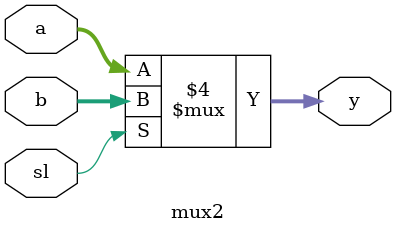
<source format=v>
module mux2( sl, a, b, y);
    parameter WIDTH = 32;

    input               sl;         // select
    input[WIDTH-1:0]    a,b;

    output[WIDTH-1:0]   y;          // result
    reg[WIDTH-1:0]      y;
    
    always @(sl or a or b)
        if ( !sl )
            y = a;
        else
            y = b;

endmodule

/*
    0 ---> a
    1 ---> b
*/
</source>
